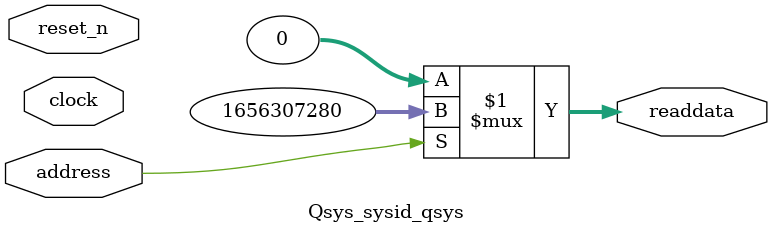
<source format=v>



// synthesis translate_off
`timescale 1ns / 1ps
// synthesis translate_on

// turn off superfluous verilog processor warnings 
// altera message_level Level1 
// altera message_off 10034 10035 10036 10037 10230 10240 10030 

module Qsys_sysid_qsys (
               // inputs:
                address,
                clock,
                reset_n,

               // outputs:
                readdata
             )
;

  output  [ 31: 0] readdata;
  input            address;
  input            clock;
  input            reset_n;

  wire    [ 31: 0] readdata;
  //control_slave, which is an e_avalon_slave
  assign readdata = address ? 1656307280 : 0;

endmodule



</source>
